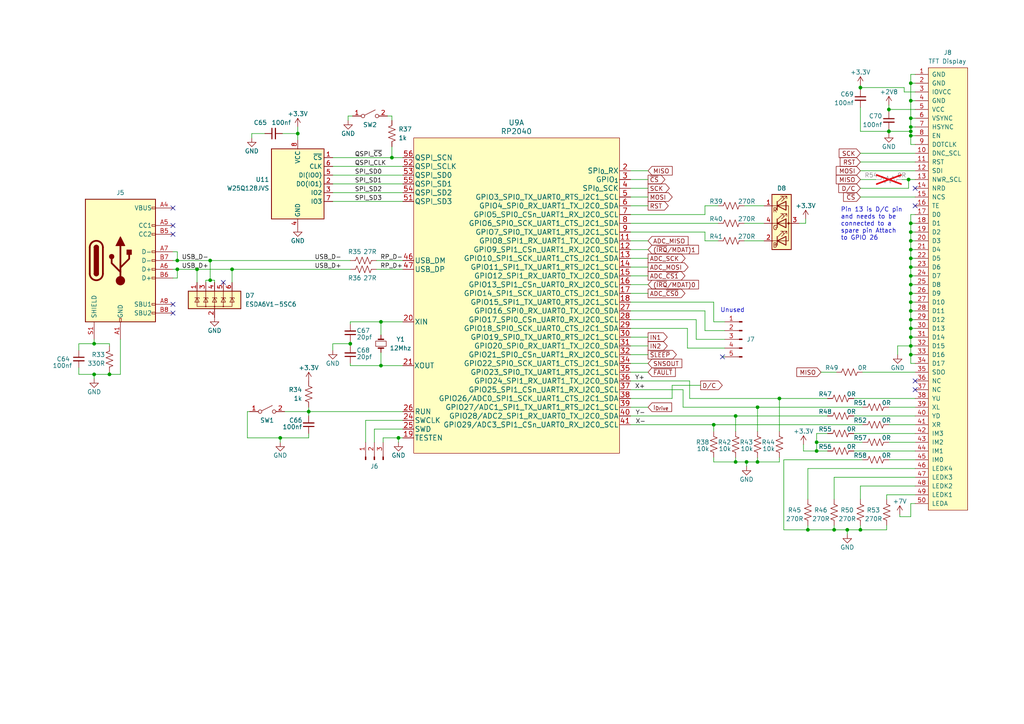
<source format=kicad_sch>
(kicad_sch (version 20231120) (generator "eeschema") (generator_version "8.0")
  (paper "A4")
  (lib_symbols
    (symbol "+7V_1" (power) (pin_names (offset 0))
      (property "Value" "+7V_1" (at 0 3.556 0))
      (symbol "+7V_1_1_1"
        (pin power_in line (at 0 0 90) (length 0) hide (name "+7V") (number "1"))
      )
    )
    (symbol "Connector:Conn_01x03_Pin" (pin_names (offset 1.016) hide)
      (property "Reference" "J" (at 0 5.08 0))
      (property "Value" "Conn_01x03_Pin" (at 0 -5.08 0))
      (symbol "Conn_01x03_Pin_1_1"
        (pin passive line (at 5.08 2.54 180) (length 3.81) (name "Pin_1") (number "1"))
        (pin passive line (at 5.08 0 180) (length 3.81) (name "Pin_2") (number "2"))
        (pin passive line (at 5.08 -2.54 180) (length 3.81) (name "Pin_3") (number "3"))
      )
    )
    (symbol "Connector:Conn_01x05_Pin" (pin_names (offset 1.016) hide)
      (property "Reference" "J" (at 0 7.62 0))
      (property "Value" "Conn_01x05_Pin" (at 0 -7.62 0))
      (symbol "Conn_01x05_Pin_1_1"
        (pin passive line (at 5.08 5.08 180) (length 3.81) (name "Pin_1") (number "1"))
        (pin passive line (at 5.08 2.54 180) (length 3.81) (name "Pin_2") (number "2"))
        (pin passive line (at 5.08 0 180) (length 3.81) (name "Pin_3") (number "3"))
        (pin passive line (at 5.08 -2.54 180) (length 3.81) (name "Pin_4") (number "4"))
        (pin passive line (at 5.08 -5.08 180) (length 3.81) (name "Pin_5") (number "5"))
      )
    )
    (symbol "Connector:USB_C_Receptacle_USB2.0" (pin_names (offset 1.016))
      (property "Reference" "J" (at -10.16 19.05 0))
      (property "Value" "USB_C_Receptacle_USB2.0" (at 19.05 19.05 0))
      (symbol "USB_C_Receptacle_USB2.0_1_1"
        (pin passive line (at 0 -22.86 90) (length 5.08) (name "GND") (number "A1"))
        (pin passive line (at 0 -22.86 90) (length 5.08) hide (name "GND") (number "A12"))
        (pin passive line (at 15.24 15.24 180) (length 5.08) (name "VBUS") (number "A4"))
        (pin bidirectional line (at 15.24 10.16 180) (length 5.08) (name "CC1") (number "A5"))
        (pin bidirectional line (at 15.24 -2.54 180) (length 5.08) (name "D+") (number "A6"))
        (pin bidirectional line (at 15.24 2.54 180) (length 5.08) (name "D-") (number "A7"))
        (pin bidirectional line (at 15.24 -12.7 180) (length 5.08) (name "SBU1") (number "A8"))
        (pin passive line (at 15.24 15.24 180) (length 5.08) hide (name "VBUS") (number "A9"))
        (pin passive line (at 0 -22.86 90) (length 5.08) hide (name "GND") (number "B1"))
        (pin passive line (at 0 -22.86 90) (length 5.08) hide (name "GND") (number "B12"))
        (pin passive line (at 15.24 15.24 180) (length 5.08) hide (name "VBUS") (number "B4"))
        (pin bidirectional line (at 15.24 7.62 180) (length 5.08) (name "CC2") (number "B5"))
        (pin bidirectional line (at 15.24 -5.08 180) (length 5.08) (name "D+") (number "B6"))
        (pin bidirectional line (at 15.24 0 180) (length 5.08) (name "D-") (number "B7"))
        (pin bidirectional line (at 15.24 -15.24 180) (length 5.08) (name "SBU2") (number "B8"))
        (pin passive line (at 15.24 15.24 180) (length 5.08) hide (name "VBUS") (number "B9"))
        (pin passive line (at -7.62 -22.86 90) (length 5.08) (name "SHIELD") (number "S1"))
      )
    )
    (symbol "Device:C_Small" (pin_numbers hide) (pin_names (offset 0.254) hide)
      (property "Reference" "C" (at 0.254 1.778 0))
      (property "Value" "C_Small" (at 0.254 -2.032 0))
      (symbol "C_Small_1_1"
        (pin passive line (at 0 2.54 270) (length 2.032) (name "~") (number "1"))
        (pin passive line (at 0 -2.54 90) (length 2.032) (name "~") (number "2"))
      )
    )
    (symbol "Device:Crystal_Small" (pin_numbers hide) (pin_names (offset 1.016) hide)
      (property "Reference" "Y" (at 0 2.54 0))
      (property "Value" "Crystal_Small" (at 0 -2.54 0))
      (symbol "Crystal_Small_1_1"
        (pin passive line (at -2.54 0 0) (length 1.27) (name "1") (number "1"))
        (pin passive line (at 2.54 0 180) (length 1.27) (name "2") (number "2"))
      )
    )
    (symbol "Device:LED_RBAG" (pin_names (offset 0) hide)
      (property "Reference" "D" (at 0 9.398 0))
      (property "Value" "LED_RBAG" (at 0 -8.89 0))
      (symbol "LED_RBAG_0_0"
        (text "B" (at -1.905 -6.35 0) (effects (font (size 1.27 1.27))))
        (text "G" (at -1.905 -1.27 0) (effects (font (size 1.27 1.27))))
        (text "R" (at -1.905 3.81 0) (effects (font (size 1.27 1.27))))
      )
      (symbol "LED_RBAG_1_1"
        (pin passive line (at -5.08 5.08 0) (length 2.54) (name "RK") (number "1"))
        (pin passive line (at -5.08 -5.08 0) (length 2.54) (name "BK") (number "2"))
        (pin passive line (at 5.08 0 180) (length 2.54) (name "A") (number "3"))
        (pin passive line (at -5.08 0 0) (length 2.54) (name "GK") (number "4"))
      )
    )
    (symbol "Device:R_US" (pin_numbers hide) (pin_names (offset 0))
      (property "Reference" "R" (at 2.54 0 90))
      (property "Value" "R_US" (at -2.54 0 90))
      (symbol "R_US_1_1"
        (pin passive line (at 0 3.81 270) (length 1.27) (name "~") (number "1"))
        (pin passive line (at 0 -3.81 90) (length 1.27) (name "~") (number "2"))
      )
    )
    (symbol "Memory_Flash:W25Q128JVS"
      (property "Reference" "U" (at -8.89 8.89 0))
      (property "Value" "W25Q128JVS" (at 7.62 8.89 0))
      (symbol "W25Q128JVS_1_1"
        (pin input line (at -10.16 7.62 0) (length 2.54) (name "~{CS}") (number "1"))
        (pin bidirectional line (at -10.16 0 0) (length 2.54) (name "DO(IO1)") (number "2"))
        (pin bidirectional line (at -10.16 -2.54 0) (length 2.54) (name "IO2") (number "3"))
        (pin power_in line (at 0 -12.7 90) (length 2.54) (name "GND") (number "4"))
        (pin bidirectional line (at -10.16 2.54 0) (length 2.54) (name "DI(IO0)") (number "5"))
        (pin input line (at -10.16 5.08 0) (length 2.54) (name "CLK") (number "6"))
        (pin bidirectional line (at -10.16 -5.08 0) (length 2.54) (name "IO3") (number "7"))
        (pin power_in line (at 0 12.7 270) (length 2.54) (name "VCC") (number "8"))
      )
    )
    (symbol "Power_Protection:ESDA6V1-5SC6" (pin_names hide)
      (property "Reference" "D" (at -5.08 -3.81 0))
      (property "Value" "ESDA6V1-5SC6" (at 2.54 -3.81 0))
      (symbol "ESDA6V1-5SC6_0_0"
        (pin passive line (at 0 -5.08 90) (length 2.54) (name "GND") (number "2"))
      )
      (symbol "ESDA6V1-5SC6_1_1"
        (pin passive line (at -5.08 5.08 270) (length 2.54) (name "IO1") (number "1"))
        (pin passive line (at -2.54 5.08 270) (length 2.54) (name "IO2") (number "3"))
        (pin passive line (at 0 5.08 270) (length 2.54) (name "IO3") (number "4"))
        (pin passive line (at 2.54 5.08 270) (length 2.54) (name "IO4") (number "5"))
        (pin passive line (at 5.08 5.08 270) (length 2.54) (name "IO5") (number "6"))
      )
    )
    (symbol "Switch:SW_SPST" (pin_names (offset 0) hide)
      (property "Reference" "SW" (at 0 3.175 0))
      (property "Value" "SW_SPST" (at 0 -2.54 0))
      (symbol "SW_SPST_1_1"
        (pin passive line (at -5.08 0 0) (length 2.54) (name "A") (number "1"))
        (pin passive line (at 5.08 0 180) (length 2.54) (name "B") (number "2"))
      )
    )
    (symbol "parts:RP2040" (pin_names (offset 0.254))
      (property "Reference" "U" (at 0 49.53 0))
      (property "Value" "RP2040" (at 0 46.99 0))
      (symbol "RP2040_1_1"
        (pin bidirectional line (at 28.575 15.875 180) (length 3.175) (name "GPIO8_SPI1_RX_UART1_TX_I2C0_SDA") (number "11"))
        (pin bidirectional line (at 28.575 13.335 180) (length 3.175) (name "GPIO9_SPI1_CSn_UART1_RX_I2C0_SCL") (number "12"))
        (pin bidirectional line (at 28.575 10.795 180) (length 3.175) (name "GPIO10_SPI1_SCK_UART1_CTS_I2C1_SDA") (number "13"))
        (pin bidirectional line (at 28.575 8.255 180) (length 3.175) (name "GPIO11_SPI1_TX_UART1_RTS_I2C1_SCL") (number "14"))
        (pin bidirectional line (at 28.575 5.715 180) (length 3.175) (name "GPIO12_SPI1_RX_UART0_TX_I2C0_SDA") (number "15"))
        (pin bidirectional line (at 28.575 3.175 180) (length 3.175) (name "GPIO13_SPI1_CSn_UART0_RX_I2C0_SCL") (number "16"))
        (pin bidirectional line (at 28.575 0.635 180) (length 3.175) (name "GPIO14_SPI1_SCK_UART0_CTS_I2C1_SDA") (number "17"))
        (pin bidirectional line (at 28.575 -1.905 180) (length 3.175) (name "GPIO15_SPI1_TX_UART0_RTS_I2C1_SCL") (number "18"))
        (pin input line (at -37.465 -41.275 0) (length 3.175) (name "TESTEN") (number "19"))
        (pin bidirectional line (at 28.575 36.195 180) (length 3.175) (name "GPIO_{0}_SPI_{0}_RX_UART_{0}_TX_I^{2}C_{0}_SDA") (number "2") (alternate "SPI_{0}_RX" input line))
        (pin unspecified line (at -37.465 -7.62 0) (length 3.175) (name "XIN") (number "20"))
        (pin unspecified line (at -37.465 -20.32 0) (length 3) (name "XOUT") (number "21"))
        (pin input line (at -37.465 -36.195 0) (length 3.175) (name "SWCLK") (number "24"))
        (pin bidirectional line (at -37.465 -38.735 0) (length 3.175) (name "SWD") (number "25"))
        (pin input line (at -37.465 -33.655 0) (length 3.175) (name "RUN") (number "26"))
        (pin bidirectional line (at 28.575 -4.445 180) (length 3.175) (name "GPIO16_SPI0_RX_UART0_TX_I2C0_SDA") (number "27"))
        (pin bidirectional line (at 28.575 -6.985 180) (length 3.175) (name "GPIO17_SPI0_CSn_UART0_RX_I2C0_SCL") (number "28"))
        (pin bidirectional line (at 28.575 -9.525 180) (length 3.175) (name "GPIO18_SPI0_SCK_UART0_CTS_I2C1_SDA") (number "29"))
        (pin bidirectional line (at 28.575 33.655 180) (length 3.175) (name "GPIO_{1}_SPI_{0}_~{CS}_UART_{0}_RX_I^{2}C_{0}_SCL") (number "3") (alternate "GPIO_{1}" bidirectional line))
        (pin bidirectional line (at 28.575 -12.065 180) (length 3.175) (name "GPIO19_SPI0_TX_UART0_RTS_I2C1_SCL") (number "30"))
        (pin bidirectional line (at 28.575 -14.605 180) (length 3.175) (name "GPIO20_SPI0_RX_UART1_TX_I2C0_SDA") (number "31"))
        (pin bidirectional line (at 28.575 -17.145 180) (length 3.175) (name "GPIO21_SPI0_CSn_UART1_RX_I2C0_SCL") (number "32"))
        (pin bidirectional line (at 28.575 -19.685 180) (length 3.175) (name "GPIO22_SPI0_SCK_UART1_CTS_I2C1_SDA") (number "34"))
        (pin bidirectional line (at 28.575 -22.225 180) (length 3.175) (name "GPIO23_SPI0_TX_UART1_RTS_I2C1_SCL") (number "35"))
        (pin bidirectional line (at 28.575 -24.765 180) (length 3.175) (name "GPIO24_SPI1_RX_UART1_TX_I2C0_SDA") (number "36"))
        (pin bidirectional line (at 28.575 -27.305 180) (length 3.175) (name "GPIO25_SPI1_CSn_UART1_RX_I2C0_SCL") (number "37"))
        (pin bidirectional line (at 28.575 -29.845 180) (length 3.175) (name "GPIO26/ADC0_SPI1_SCK_UART1_CTS_I2C1_SDA") (number "38"))
        (pin bidirectional line (at 28.575 -32.385 180) (length 3.175) (name "GPIO27/ADC1_SPI1_TX_UART1_RTS_I2C1_SCL") (number "39"))
        (pin bidirectional line (at 28.575 31.115 180) (length 3.175) (name "GPIO_{2}_SPI_{0}_SCK_UART_{0}_CTS_I^{2}C_{1}_SDA") (number "4") (alternate "SPI_{0}_SCK" output line))
        (pin bidirectional line (at 28.575 -34.925 180) (length 3.175) (name "GPIO28/ADC2_SPI1_RX_UART0_TX_I2C0_SDA") (number "40"))
        (pin bidirectional line (at 28.575 -37.465 180) (length 3.175) (name "GPIO29/ADC3_SPI1_CSn_UART0_RX_I2C0_SCL") (number "41"))
        (pin bidirectional line (at -37.465 10.16 0) (length 3.175) (name "USB_DM") (number "46"))
        (pin bidirectional line (at -37.465 7.62 0) (length 3.175) (name "USB_DP") (number "47"))
        (pin bidirectional line (at 28.575 28.575 180) (length 3.175) (name "GPIO3_SPI0_TX_UART0_RTS_I2C1_SCL") (number "5"))
        (pin bidirectional line (at -37.465 27.305 0) (length 3.175) (name "QSPI_SD3") (number "51"))
        (pin bidirectional line (at -37.465 37.465 0) (length 3.175) (name "QSPI_SCLK") (number "52"))
        (pin bidirectional line (at -37.465 34.925 0) (length 3.175) (name "QSPI_SD0") (number "53"))
        (pin bidirectional line (at -37.465 29.845 0) (length 3.175) (name "QSPI_SD2") (number "54"))
        (pin bidirectional line (at -37.465 32.385 0) (length 3.175) (name "QSPI_SD1") (number "55"))
        (pin bidirectional line (at -37.465 40.005 0) (length 3.175) (name "QSPI_SCN") (number "56"))
        (pin bidirectional line (at 28.575 26.035 180) (length 3.175) (name "GPIO4_SPI0_RX_UART1_TX_I2C0_SDA") (number "6"))
        (pin bidirectional line (at 28.575 23.495 180) (length 3.175) (name "GPIO5_SPI0_CSn_UART1_RX_I2C0_SCL") (number "7"))
        (pin bidirectional line (at 28.575 20.955 180) (length 3.175) (name "GPIO6_SPI0_SCK_UART1_CTS_I2C1_SDA") (number "8"))
        (pin bidirectional line (at 28.575 18.415 180) (length 3.175) (name "GPIO7_SPI0_TX_UART1_RTS_I2C1_SCL") (number "9"))
      )
      (symbol "RP2040_2_1"
        (pin power_in line (at -15.875 6.35 0) (length 3.175) (name "IOVDD") (number "1"))
        (pin power_in line (at -15.875 3.81 0) (length 3.175) (name "IOVDD") (number "10"))
        (pin power_in line (at -15.875 1.27 0) (length 3.175) (name "IOVDD") (number "22"))
        (pin power_in line (at 15.875 7.62 180) (length 3.175) (name "DVDD") (number "23"))
        (pin power_in line (at -15.875 -1.27 0) (length 3.175) (name "IOVDD") (number "33"))
        (pin power_in line (at -15.875 -3.81 0) (length 3.175) (name "IOVDD") (number "42"))
        (pin power_in line (at 15.875 -1.27 180) (length 3.175) (name "ADC_AVDD") (number "43"))
        (pin power_in line (at -15.875 12.7 0) (length 3.175) (name "VREG_VIN") (number "44"))
        (pin power_out line (at 15.875 12.7 180) (length 3.175) (name "VREG_VOUT") (number "45"))
        (pin power_in line (at 15.875 -3.81 180) (length 3.175) (name "USB_VDD") (number "48"))
        (pin power_in line (at -15.875 -6.35 0) (length 3.175) (name "IOVDD") (number "49"))
        (pin power_in line (at 15.875 10.16 180) (length 3.175) (name "DVDD") (number "50"))
        (pin power_in line (at 15.875 -6.35 180) (length 3.175) (name "GND") (number "57"))
      )
    )
    (symbol "parts:TFT Display" (pin_names (offset 1.016))
      (property "Reference" "J" (at 4.445 53.975 0))
      (property "Value" "TFT Display" (at 4.445 52.07 0))
      (symbol "TFT Display_1_0"
        (pin passive line (at -5.08 -53.34 0) (length 3.81) (name "XR") (number "41"))
        (pin passive line (at -5.08 -55.88 0) (length 3.81) (name "IM3") (number "42"))
        (pin passive line (at -5.08 -58.42 0) (length 3.81) (name "IM2") (number "43"))
        (pin passive line (at -5.08 -60.96 0) (length 3.81) (name "IM1") (number "44"))
        (pin passive line (at -5.08 -63.5 0) (length 3.81) (name "IM0") (number "45"))
        (pin passive line (at -5.08 -66.04 0) (length 3.81) (name "LEDK4") (number "46"))
        (pin passive line (at -5.08 -68.58 0) (length 3.81) (name "LEDK3") (number "47"))
        (pin passive line (at -5.08 -71.12 0) (length 3.81) (name "LEDK2") (number "48"))
        (pin passive line (at -5.08 -73.66 0) (length 3.81) (name "LEDK1") (number "49"))
        (pin passive line (at -5.08 -76.2 0) (length 3.81) (name "LEDA") (number "50"))
      )
      (symbol "TFT Display_1_1"
        (pin passive line (at -5.08 48.26 0) (length 3.81) (name "GND") (number "1"))
        (pin passive line (at -5.08 25.4 0) (length 3.81) (name "DNC_SCL") (number "10"))
        (pin passive line (at -5.08 22.86 0) (length 3.81) (name "RST") (number "11"))
        (pin passive line (at -5.08 20.32 0) (length 3.81) (name "SDI") (number "12"))
        (pin passive line (at -5.08 17.78 0) (length 3.81) (name "NWR_SCL") (number "13"))
        (pin passive line (at -5.08 15.24 0) (length 3.81) (name "NRD") (number "14"))
        (pin passive line (at -5.08 12.7 0) (length 3.81) (name "NCS") (number "15"))
        (pin passive line (at -5.08 10.16 0) (length 3.81) (name "TE") (number "16"))
        (pin passive line (at -5.08 7.62 0) (length 3.81) (name "D0") (number "17"))
        (pin passive line (at -5.08 5.08 0) (length 3.81) (name "D1") (number "18"))
        (pin passive line (at -5.08 2.54 0) (length 3.81) (name "D2") (number "19"))
        (pin passive line (at -5.08 45.72 0) (length 3.81) (name "GND") (number "2"))
        (pin passive line (at -5.08 0 0) (length 3.81) (name "D3") (number "20"))
        (pin passive line (at -5.08 -2.54 0) (length 3.81) (name "D4") (number "21"))
        (pin passive line (at -5.08 -5.08 0) (length 3.81) (name "D5") (number "22"))
        (pin passive line (at -5.08 -7.62 0) (length 3.81) (name "D6") (number "23"))
        (pin passive line (at -5.08 -10.16 0) (length 3.81) (name "D7") (number "24"))
        (pin passive line (at -5.08 -12.7 0) (length 3.81) (name "D8") (number "25"))
        (pin passive line (at -5.08 -15.24 0) (length 3.81) (name "D9") (number "26"))
        (pin passive line (at -5.08 -17.78 0) (length 3.81) (name "D10") (number "27"))
        (pin passive line (at -5.08 -20.32 0) (length 3.81) (name "D11") (number "28"))
        (pin passive line (at -5.08 -22.86 0) (length 3.81) (name "D12") (number "29"))
        (pin passive line (at -5.08 43.18 0) (length 3.81) (name "IOVCC") (number "3"))
        (pin passive line (at -5.08 -25.4 0) (length 3.81) (name "D13") (number "30"))
        (pin passive line (at -5.08 -27.94 0) (length 3.81) (name "D14") (number "31"))
        (pin passive line (at -5.08 -30.48 0) (length 3.81) (name "D15") (number "32"))
        (pin passive line (at -5.08 -33.02 0) (length 3.81) (name "D16") (number "33"))
        (pin passive line (at -5.08 -35.56 0) (length 3.81) (name "D17") (number "34"))
        (pin passive line (at -5.08 -38.1 0) (length 3.81) (name "SDO") (number "35"))
        (pin passive line (at -5.08 -40.64 0) (length 3.81) (name "NC") (number "36"))
        (pin passive line (at -5.08 -43.18 0) (length 3.81) (name "NC") (number "37"))
        (pin passive line (at -5.08 -45.72 0) (length 3.81) (name "YU") (number "38"))
        (pin passive line (at -5.08 -48.26 0) (length 3.81) (name "XL") (number "39"))
        (pin passive line (at -5.08 40.64 0) (length 3.81) (name "GND") (number "4"))
        (pin passive line (at -5.08 -50.8 0) (length 3.81) (name "YD") (number "40"))
        (pin passive line (at -5.08 38.1 0) (length 3.81) (name "VCC") (number "5"))
        (pin passive line (at -5.08 35.56 0) (length 3.81) (name "VSYNC") (number "6"))
        (pin passive line (at -5.08 33.02 0) (length 3.81) (name "HSYNC") (number "7"))
        (pin passive line (at -5.08 30.48 0) (length 3.81) (name "EN") (number "8"))
        (pin passive line (at -5.08 27.94 0) (length 3.81) (name "DOTCLK") (number "9"))
      )
    )
    (symbol "power:+2V8" (power) (pin_names (offset 0))
      (property "Value" "+2V8" (at 0 3.556 0))
      (symbol "+2V8_1_1"
        (pin power_in line (at 0 0 90) (length 0) hide (name "+2V8") (number "1"))
      )
    )
    (symbol "power:+3.3V" (power) (pin_names (offset 0))
      (property "Value" "+3.3V" (at 0 3.556 0))
      (symbol "+3.3V_1_1"
        (pin power_in line (at 0 0 90) (length 0) hide (name "+3.3V") (number "1"))
      )
    )
    (symbol "power:GND" (power) (pin_names (offset 0))
      (property "Value" "GND" (at 0 -3.81 0))
      (symbol "GND_1_1"
        (pin power_in line (at 0 0 270) (length 0) hide (name "GND") (number "1"))
      )
    )
  )
  (junction (at 57.15 78.105))
  (junction (at 264.16 80.01))
  (junction (at 264.16 69.85))
  (junction (at 264.16 95.25))
  (junction (at 207.01 123.19))
  (junction (at 115.57 127))
  (junction (at 264.16 97.79))
  (junction (at 264.16 82.55))
  (junction (at 264.16 77.47))
  (junction (at 264.16 72.39))
  (junction (at 67.31 78.105))
  (junction (at 264.16 29.21))
  (junction (at 27.305 99.695))
  (junction (at 236.855 128.27))
  (junction (at 86.36 38.735))
  (junction (at 89.535 119.38))
  (junction (at 219.71 118.11))
  (junction (at 249.555 153.67))
  (junction (at 257.81 31.75))
  (junction (at 264.16 24.13))
  (junction (at 257.81 38.1))
  (junction (at 264.16 100.33))
  (junction (at 264.16 39.37))
  (junction (at 264.16 67.31))
  (junction (at 245.745 153.67))
  (junction (at 264.16 102.87))
  (junction (at 234.315 153.67))
  (junction (at 51.435 78.105))
  (junction (at 264.16 74.93))
  (junction (at 264.16 34.29))
  (junction (at 60.96 81.28))
  (junction (at 264.16 85.09))
  (junction (at 213.36 120.65))
  (junction (at 263.525 52.07))
  (junction (at 264.16 90.17))
  (junction (at 249.555 25.4))
  (junction (at 264.16 64.77))
  (junction (at 264.16 38.1))
  (junction (at 51.435 75.565))
  (junction (at 31.75 108.585))
  (junction (at 27.305 108.585))
  (junction (at 213.36 133.985))
  (junction (at 216.535 133.985))
  (junction (at 110.49 106.045))
  (junction (at 101.6 99.695))
  (junction (at 241.935 153.67))
  (junction (at 236.855 130.81))
  (junction (at 113.665 45.72))
  (junction (at 264.16 87.63))
  (junction (at 226.06 115.57))
  (junction (at 110.49 93.345))
  (junction (at 60.96 75.565))
  (junction (at 219.71 133.985))
  (junction (at 264.16 92.71))
  (junction (at 264.16 36.83))
  (junction (at 81.28 127))
  (no_connect (at 50.165 88.265))
  (no_connect (at 265.43 54.61))
  (no_connect (at 209.55 103.505))
  (no_connect (at 50.165 60.325))
  (no_connect (at 265.43 110.49))
  (no_connect (at 265.43 113.03))
  (no_connect (at 50.165 90.805))
  (no_connect (at 50.165 65.405))
  (no_connect (at 50.165 67.945))
  (no_connect (at 265.43 59.69))
  (no_connect (at 64.77 81.915))
  (wire (pts (xy 241.935 152.4) (xy 241.935 153.67)))
  (wire (pts (xy 257.81 123.19) (xy 265.43 123.19)))
  (wire (pts (xy 264.16 34.29) (xy 265.43 34.29)))
  (wire (pts (xy 227.33 133.35) (xy 227.33 153.67)))
  (wire (pts (xy 265.43 67.31) (xy 264.16 67.31)))
  (wire (pts (xy 213.36 120.65) (xy 182.88 120.65)))
  (wire (pts (xy 257.81 128.27) (xy 265.43 128.27)))
  (wire (pts (xy 187.96 105.41) (xy 182.88 105.41)))
  (wire (pts (xy 187.96 49.53) (xy 182.88 49.53)))
  (wire (pts (xy 265.43 100.33) (xy 264.16 100.33)))
  (wire (pts (xy 109.22 78.105) (xy 116.84 78.105)))
  (wire (pts (xy 113.665 34.925) (xy 113.665 33.655)))
  (wire (pts (xy 262.255 25.4) (xy 262.255 26.67)))
  (wire (pts (xy 264.16 64.77) (xy 265.43 64.77)))
  (wire (pts (xy 204.47 95.885) (xy 204.47 90.17)))
  (wire (pts (xy 199.39 95.25) (xy 199.39 100.965)))
  (wire (pts (xy 201.93 92.71) (xy 182.88 92.71)))
  (wire (pts (xy 257.81 31.75) (xy 265.43 31.75)))
  (wire (pts (xy 264.16 24.13) (xy 264.16 21.59)))
  (wire (pts (xy 62.23 81.28) (xy 62.23 81.915)))
  (wire (pts (xy 110.49 106.045) (xy 116.84 106.045)))
  (wire (pts (xy 113.665 42.545) (xy 113.665 45.72)))
  (wire (pts (xy 207.01 132.715) (xy 207.01 133.985)))
  (wire (pts (xy 247.65 125.73) (xy 265.43 125.73)))
  (wire (pts (xy 182.88 87.63) (xy 207.01 87.63)))
  (wire (pts (xy 82.55 119.38) (xy 89.535 119.38)))
  (wire (pts (xy 96.52 45.72) (xy 113.665 45.72)))
  (wire (pts (xy 101.6 93.98) (xy 101.6 93.345)))
  (wire (pts (xy 200.025 115.57) (xy 226.06 115.57)))
  (wire (pts (xy 260.35 102.87) (xy 260.35 100.33)))
  (wire (pts (xy 182.88 62.23) (xy 204.47 62.23)))
  (wire (pts (xy 264.16 77.47) (xy 265.43 77.47)))
  (wire (pts (xy 257.81 38.1) (xy 264.16 38.1)))
  (wire (pts (xy 236.855 128.27) (xy 236.855 130.81)))
  (wire (pts (xy 51.435 78.105) (xy 51.435 80.645)))
  (wire (pts (xy 187.96 102.87) (xy 182.88 102.87)))
  (wire (pts (xy 249.555 153.67) (xy 257.175 153.67)))
  (wire (pts (xy 231.775 64.77) (xy 233.68 64.77)))
  (wire (pts (xy 187.96 69.85) (xy 182.88 69.85)))
  (wire (pts (xy 96.52 58.42) (xy 116.84 58.42)))
  (wire (pts (xy 219.71 118.11) (xy 219.71 125.095)))
  (wire (pts (xy 257.81 118.11) (xy 265.43 118.11)))
  (wire (pts (xy 86.36 38.735) (xy 81.915 38.735)))
  (wire (pts (xy 265.43 143.51) (xy 257.175 143.51)))
  (wire (pts (xy 199.39 100.965) (xy 210.185 100.965)))
  (wire (pts (xy 264.16 38.1) (xy 264.16 36.83)))
  (wire (pts (xy 207.01 87.63) (xy 207.01 93.345)))
  (wire (pts (xy 265.43 135.89) (xy 234.315 135.89)))
  (wire (pts (xy 51.435 80.645) (xy 50.165 80.645)))
  (wire (pts (xy 245.745 153.67) (xy 249.555 153.67)))
  (wire (pts (xy 60.96 75.565) (xy 101.6 75.565)))
  (wire (pts (xy 241.935 153.67) (xy 245.745 153.67)))
  (wire (pts (xy 264.16 149.86) (xy 264.16 146.05)))
  (wire (pts (xy 102.235 33.655) (xy 100.965 33.655)))
  (wire (pts (xy 234.315 153.67) (xy 227.33 153.67)))
  (wire (pts (xy 264.16 90.17) (xy 264.16 87.63)))
  (wire (pts (xy 22.86 101.6) (xy 22.86 99.695)))
  (wire (pts (xy 236.855 125.73) (xy 236.855 128.27)))
  (wire (pts (xy 96.52 55.88) (xy 116.84 55.88)))
  (wire (pts (xy 213.36 120.65) (xy 213.36 125.095)))
  (wire (pts (xy 27.305 98.425) (xy 27.305 99.695)))
  (wire (pts (xy 73.025 40.005) (xy 73.025 38.735)))
  (wire (pts (xy 264.16 24.13) (xy 264.16 29.21)))
  (wire (pts (xy 187.96 57.15) (xy 182.88 57.15)))
  (wire (pts (xy 204.47 59.69) (xy 208.28 59.69)))
  (wire (pts (xy 260.35 100.33) (xy 264.16 100.33)))
  (wire (pts (xy 265.43 85.09) (xy 264.16 85.09)))
  (wire (pts (xy 247.65 130.81) (xy 265.43 130.81)))
  (wire (pts (xy 249.555 140.97) (xy 249.555 144.78)))
  (wire (pts (xy 89.535 127) (xy 81.28 127)))
  (wire (pts (xy 200.025 110.49) (xy 200.025 115.57)))
  (wire (pts (xy 257.81 38.1) (xy 257.81 38.735)))
  (wire (pts (xy 264.16 102.87) (xy 264.16 100.33)))
  (wire (pts (xy 110.49 93.345) (xy 116.84 93.345)))
  (wire (pts (xy 187.96 82.55) (xy 182.88 82.55)))
  (wire (pts (xy 265.43 92.71) (xy 264.16 92.71)))
  (wire (pts (xy 81.28 127) (xy 71.755 127)))
  (wire (pts (xy 73.025 38.735) (xy 76.835 38.735)))
  (wire (pts (xy 262.255 26.67) (xy 265.43 26.67)))
  (wire (pts (xy 233.045 130.81) (xy 236.855 130.81)))
  (wire (pts (xy 264.16 41.91) (xy 264.16 39.37)))
  (wire (pts (xy 110.49 93.345) (xy 110.49 97.155)))
  (wire (pts (xy 257.81 30.48) (xy 257.81 31.75)))
  (wire (pts (xy 234.315 153.67) (xy 241.935 153.67)))
  (wire (pts (xy 96.52 48.26) (xy 116.84 48.26)))
  (wire (pts (xy 238.125 107.95) (xy 242.57 107.95)))
  (wire (pts (xy 264.16 62.23) (xy 265.43 62.23)))
  (wire (pts (xy 236.855 130.81) (xy 240.03 130.81)))
  (wire (pts (xy 57.15 78.105) (xy 57.15 81.915)))
  (wire (pts (xy 264.16 85.09) (xy 264.16 82.55)))
  (wire (pts (xy 187.96 54.61) (xy 182.88 54.61)))
  (wire (pts (xy 60.96 75.565) (xy 60.96 81.28)))
  (wire (pts (xy 22.86 106.68) (xy 22.86 108.585)))
  (wire (pts (xy 81.28 127) (xy 81.28 128.27)))
  (wire (pts (xy 249.555 24.765) (xy 249.555 25.4)))
  (wire (pts (xy 264.16 36.83) (xy 264.16 34.29)))
  (wire (pts (xy 51.435 75.565) (xy 60.96 75.565)))
  (wire (pts (xy 249.555 57.15) (xy 265.43 57.15)))
  (wire (pts (xy 264.16 74.93) (xy 264.16 72.39)))
  (wire (pts (xy 249.555 31.115) (xy 249.555 38.1)))
  (wire (pts (xy 216.535 135.255) (xy 216.535 133.985)))
  (wire (pts (xy 265.43 41.91) (xy 264.16 41.91)))
  (wire (pts (xy 50.165 78.105) (xy 51.435 78.105)))
  (wire (pts (xy 115.57 127) (xy 116.84 127)))
  (wire (pts (xy 59.69 81.915) (xy 59.69 81.28)))
  (wire (pts (xy 207.01 133.985) (xy 213.36 133.985)))
  (wire (pts (xy 264.16 64.77) (xy 264.16 62.23)))
  (wire (pts (xy 115.57 128.27) (xy 115.57 127)))
  (wire (pts (xy 257.175 143.51) (xy 257.175 144.78)))
  (wire (pts (xy 249.555 46.99) (xy 265.43 46.99)))
  (wire (pts (xy 264.16 21.59) (xy 265.43 21.59)))
  (wire (pts (xy 182.88 113.03) (xy 198.12 113.03)))
  (wire (pts (xy 264.16 39.37) (xy 264.16 38.1)))
  (wire (pts (xy 216.535 133.985) (xy 219.71 133.985)))
  (wire (pts (xy 187.96 72.39) (xy 182.88 72.39)))
  (wire (pts (xy 264.16 67.31) (xy 264.16 64.77)))
  (wire (pts (xy 265.43 29.21) (xy 264.16 29.21)))
  (wire (pts (xy 101.6 106.045) (xy 101.6 105.41)))
  (wire (pts (xy 241.935 138.43) (xy 241.935 144.78)))
  (wire (pts (xy 182.88 118.11) (xy 187.96 118.11)))
  (wire (pts (xy 264.16 80.01) (xy 265.43 80.01)))
  (wire (pts (xy 264.16 72.39) (xy 265.43 72.39)))
  (wire (pts (xy 263.525 52.07) (xy 265.43 52.07)))
  (wire (pts (xy 60.96 81.28) (xy 62.23 81.28)))
  (wire (pts (xy 96.52 99.695) (xy 101.6 99.695)))
  (wire (pts (xy 264.16 105.41) (xy 264.16 102.87)))
  (wire (pts (xy 71.755 119.38) (xy 72.39 119.38)))
  (wire (pts (xy 187.96 97.79) (xy 182.88 97.79)))
  (wire (pts (xy 226.06 133.985) (xy 226.06 132.715)))
  (wire (pts (xy 204.47 69.85) (xy 204.47 67.31)))
  (wire (pts (xy 264.16 102.87) (xy 265.43 102.87)))
  (wire (pts (xy 207.01 123.19) (xy 250.19 123.19)))
  (wire (pts (xy 182.88 95.25) (xy 199.39 95.25)))
  (wire (pts (xy 260.985 149.86) (xy 260.985 149.225)))
  (wire (pts (xy 219.71 133.985) (xy 219.71 132.715)))
  (wire (pts (xy 67.31 78.105) (xy 101.6 78.105)))
  (wire (pts (xy 265.43 90.17) (xy 264.16 90.17)))
  (wire (pts (xy 233.68 64.77) (xy 233.68 63.5)))
  (wire (pts (xy 31.75 108.585) (xy 34.925 108.585)))
  (wire (pts (xy 264.16 100.33) (xy 264.16 97.79)))
  (wire (pts (xy 204.47 67.31) (xy 182.88 67.31)))
  (wire (pts (xy 101.6 99.06) (xy 101.6 99.695)))
  (wire (pts (xy 51.435 73.025) (xy 51.435 75.565)))
  (wire (pts (xy 264.16 92.71) (xy 264.16 90.17)))
  (wire (pts (xy 208.28 69.85) (xy 204.47 69.85)))
  (wire (pts (xy 245.745 153.67) (xy 245.745 154.94)))
  (wire (pts (xy 264.16 146.05) (xy 265.43 146.05)))
  (wire (pts (xy 86.36 38.735) (xy 86.36 40.64)))
  (wire (pts (xy 263.525 52.07) (xy 263.525 54.61)))
  (wire (pts (xy 31.75 108.585) (xy 31.75 107.95)))
  (wire (pts (xy 264.16 82.55) (xy 264.16 80.01)))
  (wire (pts (xy 265.43 97.79) (xy 264.16 97.79)))
  (wire (pts (xy 204.47 90.17) (xy 182.88 90.17)))
  (wire (pts (xy 265.43 69.85) (xy 264.16 69.85)))
  (wire (pts (xy 249.555 25.4) (xy 249.555 26.035)))
  (wire (pts (xy 111.125 127) (xy 111.125 128.27)))
  (wire (pts (xy 187.96 52.07) (xy 182.88 52.07)))
  (wire (pts (xy 100.965 33.655) (xy 100.965 34.925)))
  (wire (pts (xy 116.84 124.46) (xy 108.585 124.46)))
  (wire (pts (xy 234.315 135.89) (xy 234.315 144.78)))
  (wire (pts (xy 234.315 152.4) (xy 234.315 153.67)))
  (wire (pts (xy 27.305 108.585) (xy 27.305 109.855)))
  (wire (pts (xy 264.16 97.79) (xy 264.16 95.25)))
  (wire (pts (xy 247.65 120.65) (xy 265.43 120.65)))
  (wire (pts (xy 265.43 39.37) (xy 264.16 39.37)))
  (wire (pts (xy 265.43 36.83) (xy 264.16 36.83)))
  (wire (pts (xy 59.69 81.28) (xy 60.96 81.28)))
  (wire (pts (xy 109.22 75.565) (xy 116.84 75.565)))
  (wire (pts (xy 31.75 99.695) (xy 31.75 100.33)))
  (wire (pts (xy 187.96 107.95) (xy 182.88 107.95)))
  (wire (pts (xy 203.2 111.76) (xy 194.945 111.76)))
  (wire (pts (xy 113.665 45.72) (xy 116.84 45.72)))
  (wire (pts (xy 233.045 128.905) (xy 233.045 130.81)))
  (wire (pts (xy 226.06 115.57) (xy 226.06 125.095)))
  (wire (pts (xy 51.435 75.565) (xy 50.165 75.565)))
  (wire (pts (xy 236.855 128.27) (xy 250.19 128.27)))
  (wire (pts (xy 187.96 85.09) (xy 182.88 85.09)))
  (wire (pts (xy 215.9 59.69) (xy 221.615 59.69)))
  (wire (pts (xy 182.88 64.77) (xy 208.28 64.77)))
  (wire (pts (xy 249.555 152.4) (xy 249.555 153.67)))
  (wire (pts (xy 89.535 125.73) (xy 89.535 127)))
  (wire (pts (xy 187.96 77.47) (xy 182.88 77.47)))
  (wire (pts (xy 86.36 36.83) (xy 86.36 38.735)))
  (wire (pts (xy 198.12 118.11) (xy 219.71 118.11)))
  (wire (pts (xy 249.555 54.61) (xy 263.525 54.61)))
  (wire (pts (xy 264.16 87.63) (xy 265.43 87.63)))
  (wire (pts (xy 264.16 69.85) (xy 264.16 67.31)))
  (wire (pts (xy 265.43 105.41) (xy 264.16 105.41)))
  (wire (pts (xy 89.535 118.11) (xy 89.535 119.38)))
  (wire (pts (xy 264.16 72.39) (xy 264.16 69.85)))
  (wire (pts (xy 249.555 49.53) (xy 265.43 49.53)))
  (wire (pts (xy 182.88 110.49) (xy 200.025 110.49)))
  (wire (pts (xy 265.43 138.43) (xy 241.935 138.43)))
  (wire (pts (xy 247.65 115.57) (xy 265.43 115.57)))
  (wire (pts (xy 89.535 119.38) (xy 116.84 119.38)))
  (wire (pts (xy 108.585 124.46) (xy 108.585 128.27)))
  (wire (pts (xy 22.86 99.695) (xy 27.305 99.695)))
  (wire (pts (xy 265.43 24.13) (xy 264.16 24.13)))
  (wire (pts (xy 71.755 127) (xy 71.755 119.38)))
  (wire (pts (xy 250.19 107.95) (xy 265.43 107.95)))
  (wire (pts (xy 249.555 44.45) (xy 265.43 44.45)))
  (wire (pts (xy 264.16 29.21) (xy 264.16 34.29)))
  (wire (pts (xy 96.52 53.34) (xy 116.84 53.34)))
  (wire (pts (xy 187.96 74.93) (xy 182.88 74.93)))
  (wire (pts (xy 207.01 93.345) (xy 210.185 93.345)))
  (wire (pts (xy 209.55 103.505) (xy 210.185 103.505)))
  (wire (pts (xy 219.71 133.985) (xy 226.06 133.985)))
  (wire (pts (xy 249.555 38.1) (xy 257.81 38.1)))
  (wire (pts (xy 219.71 118.11) (xy 250.19 118.11)))
  (wire (pts (xy 51.435 78.105) (xy 57.15 78.105)))
  (wire (pts (xy 240.03 125.73) (xy 236.855 125.73)))
  (wire (pts (xy 101.6 93.345) (xy 110.49 93.345)))
  (wire (pts (xy 50.165 73.025) (xy 51.435 73.025)))
  (wire (pts (xy 265.43 74.93) (xy 264.16 74.93)))
  (wire (pts (xy 27.305 108.585) (xy 31.75 108.585)))
  (wire (pts (xy 198.12 113.03) (xy 198.12 118.11)))
  (wire (pts (xy 113.665 33.655) (xy 112.395 33.655)))
  (wire (pts (xy 187.96 59.69) (xy 182.88 59.69)))
  (wire (pts (xy 250.19 133.35) (xy 227.33 133.35)))
  (wire (pts (xy 67.31 78.105) (xy 67.31 81.915)))
  (wire (pts (xy 210.185 98.425) (xy 201.93 98.425)))
  (wire (pts (xy 34.925 108.585) (xy 34.925 98.425)))
  (wire (pts (xy 22.86 108.585) (xy 27.305 108.585)))
  (wire (pts (xy 226.06 115.57) (xy 240.03 115.57)))
  (wire (pts (xy 187.96 80.01) (xy 182.88 80.01)))
  (wire (pts (xy 257.81 37.465) (xy 257.81 38.1)))
  (wire (pts (xy 213.36 133.985) (xy 216.535 133.985)))
  (wire (pts (xy 264.16 149.86) (xy 260.985 149.86)))
  (wire (pts (xy 89.535 119.38) (xy 89.535 120.65)))
  (wire (pts (xy 96.52 99.695) (xy 96.52 101.6)))
  (wire (pts (xy 215.9 64.77) (xy 221.615 64.77)))
  (wire (pts (xy 57.15 78.105) (xy 67.31 78.105)))
  (wire (pts (xy 106.045 121.92) (xy 106.045 128.27)))
  (wire (pts (xy 215.9 69.85) (xy 221.615 69.85)))
  (wire (pts (xy 27.305 99.695) (xy 31.75 99.695)))
  (wire (pts (xy 257.175 152.4) (xy 257.175 153.67)))
  (wire (pts (xy 116.84 121.92) (xy 106.045 121.92)))
  (wire (pts (xy 265.43 140.97) (xy 249.555 140.97)))
  (wire (pts (xy 264.16 95.25) (xy 265.43 95.25)))
  (wire (pts (xy 96.52 50.8) (xy 116.84 50.8)))
  (wire (pts (xy 264.16 95.25) (xy 264.16 92.71)))
  (wire (pts (xy 257.81 31.75) (xy 257.81 32.385)))
  (wire (pts (xy 249.555 52.07) (xy 254 52.07)))
  (wire (pts (xy 194.945 111.76) (xy 194.945 115.57)))
  (wire (pts (xy 101.6 99.695) (xy 101.6 100.33)))
  (wire (pts (xy 207.01 123.19) (xy 207.01 125.095)))
  (wire (pts (xy 187.96 100.33) (xy 182.88 100.33)))
  (wire (pts (xy 249.555 25.4) (xy 262.255 25.4)))
  (wire (pts (xy 110.49 102.235) (xy 110.49 106.045)))
  (wire (pts (xy 210.185 95.885) (xy 204.47 95.885)))
  (wire (pts (xy 213.36 120.65) (xy 240.03 120.65)))
  (wire (pts (xy 265.43 82.55) (xy 264.16 82.55)))
  (wire (pts (xy 182.88 123.19) (xy 207.01 123.19)))
  (wire (pts (xy 264.16 80.01) (xy 264.16 77.47)))
  (wire (pts (xy 213.36 132.715) (xy 213.36 133.985)))
  (wire (pts (xy 194.945 115.57) (xy 182.88 115.57)))
  (wire (pts (xy 201.93 98.425) (xy 201.93 92.71)))
  (wire (pts (xy 264.16 87.63) (xy 264.16 85.09)))
  (wire (pts (xy 261.62 52.07) (xy 263.525 52.07)))
  (wire (pts (xy 101.6 106.045) (xy 110.49 106.045)))
  (wire (pts (xy 264.16 77.47) (xy 264.16 74.93)))
  (wire (pts (xy 204.47 59.69) (xy 204.47 62.23)))
  (wire (pts (xy 115.57 127) (xy 111.125 127)))
  (wire (pts (xy 265.43 133.35) (xy 257.81 133.35)))
  (text "Pin 13 is D/C pin \nand needs to be \nconnected to a \nspare pin Attach\nto GPIO 26" (at 243.84 69.85 0) (effects (font (size 1.27 1.27)) (justify left bottom)))
  (text "Unused" (at 208.915 90.805 0) (effects (font (size 1.27 1.27)) (justify left bottom)))
  (label "RP_D-" (at 116.84 75.565 180))
  (label "Y+" (at 184.15 110.49 0))
  (label "USB_D-" (at 52.705 75.565 0))
  (label "USB_D-" (at 99.06 75.565 180))
  (label "QSPI_~{CS}" (at 102.87 45.72 0))
  (label "SPI_SD2" (at 102.87 55.88 0))
  (label "SPI_SD1" (at 102.87 53.34 0))
  (label "SPI_SD0" (at 102.87 50.8 0))
  (label "SPI_SD3" (at 102.87 58.42 0))
  (label "Y-" (at 184.325 120.65 0))
  (label "USB_D+" (at 99.06 78.105 180))
  (label "X-" (at 184.325 123.19 0))
  (label "QSPI_CLK" (at 102.87 48.26 0))
  (label "USB_D+" (at 52.705 78.105 0))
  (label "RP_D+" (at 116.84 78.105 180))
  (label "X+" (at 184.15 113.03 0))
  (global_label "RST" (shape output) (at 187.96 59.69 0) (property "Intersheetrefs" "${INTERSHEET_REFS}" (effects (hide yes))))
  (global_label "SCK" (shape output) (at 187.96 54.61 0) (property "Intersheetrefs" "${INTERSHEET_REFS}" (effects (hide yes))))
  (global_label "~{SLEEP}" (shape output) (at 187.96 102.87 0) (property "Intersheetrefs" "${INTERSHEET_REFS}" (effects (hide yes))))
  (global_label "MISO" (shape input) (at 249.555 52.07 180) (property "Intersheetrefs" "${INTERSHEET_REFS}" (effects (hide yes))))
  (global_label "(~{IRQ}{slash}MDAT)1" (shape input) (at 187.96 72.39 0) (property "Intersheetrefs" "${INTERSHEET_REFS}" (effects (hide yes))))
  (global_label "SCK" (shape input) (at 249.555 44.45 180) (property "Intersheetrefs" "${INTERSHEET_REFS}" (effects (hide yes))))
  (global_label "D{slash}C" (shape output) (at 203.2 111.76 0) (property "Intersheetrefs" "${INTERSHEET_REFS}" (effects (hide yes))))
  (global_label "(~{IRQ}{slash}MDAT)0" (shape input) (at 187.96 82.55 0) (property "Intersheetrefs" "${INTERSHEET_REFS}" (effects (hide yes))))
  (global_label "I_{Drive}" (shape input) (at 187.96 118.11 0) (property "Intersheetrefs" "${INTERSHEET_REFS}" (effects (hide yes))))
  (global_label "MOSI" (shape output) (at 187.96 57.15 0) (property "Intersheetrefs" "${INTERSHEET_REFS}" (effects (hide yes))))
  (global_label "ADC_~{CS0}" (shape output) (at 187.96 85.09 0) (property "Intersheetrefs" "${INTERSHEET_REFS}" (effects (hide yes))))
  (global_label "~{CS}" (shape input) (at 249.555 57.15 180) (property "Intersheetrefs" "${INTERSHEET_REFS}" (effects (hide yes))))
  (global_label "MOSI" (shape input) (at 249.555 49.53 180) (property "Intersheetrefs" "${INTERSHEET_REFS}" (effects (hide yes))))
  (global_label "ADC_~{CS1}" (shape output) (at 187.96 80.01 0) (property "Intersheetrefs" "${INTERSHEET_REFS}" (effects (hide yes))))
  (global_label "ADC_SCK" (shape output) (at 187.96 74.93 0) (property "Intersheetrefs" "${INTERSHEET_REFS}" (effects (hide yes))))
  (global_label "~{CS}" (shape output) (at 187.96 52.07 0) (property "Intersheetrefs" "${INTERSHEET_REFS}" (effects (hide yes))))
  (global_label "MISO" (shape input) (at 187.96 49.53 0) (property "Intersheetrefs" "${INTERSHEET_REFS}" (effects (hide yes))))
  (global_label "MISO" (shape input) (at 238.125 107.95 180) (property "Intersheetrefs" "${INTERSHEET_REFS}" (effects (hide yes))))
  (global_label "RST" (shape input) (at 249.555 46.99 180) (property "Intersheetrefs" "${INTERSHEET_REFS}" (effects (hide yes))))
  (global_label "IN2" (shape output) (at 187.96 100.33 0) (property "Intersheetrefs" "${INTERSHEET_REFS}" (effects (hide yes))))
  (global_label "ADC_MISO" (shape input) (at 187.96 69.85 0) (property "Intersheetrefs" "${INTERSHEET_REFS}" (effects (hide yes))))
  (global_label "~{FAULT}" (shape input) (at 187.96 107.95 0) (property "Intersheetrefs" "${INTERSHEET_REFS}" (effects (hide yes))))
  (global_label "ADC_MOSI" (shape output) (at 187.96 77.47 0) (property "Intersheetrefs" "${INTERSHEET_REFS}" (effects (hide yes))))
  (global_label "D{slash}C" (shape input) (at 249.555 54.61 180) (property "Intersheetrefs" "${INTERSHEET_REFS}" (effects (hide yes))))
  (global_label "IN1" (shape output) (at 187.96 97.79 0) (property "Intersheetrefs" "${INTERSHEET_REFS}" (effects (hide yes))))
  (global_label "SNSOUT" (shape input) (at 187.96 105.41 0) (property "Intersheetrefs" "${INTERSHEET_REFS}" (effects (hide yes))))
  (symbol (lib_id "power:GND") (at 216.535 135.255 0) (unit 1)
    (property "Reference" "#PWR082" (effects (hide yes)))
    (property "Value" "GND" (at 216.535 139.065 0))
  )
  (symbol (lib_id "Device:R_US") (at 105.41 78.105 90) (unit 1)
    (property "Reference" "R36" (at 102.87 80.645 90))
    (property "Value" "27R" (at 107.315 80.645 90))
    (property "Footprint" "Resistor_SMD:R_0603_1608Metric" (effects (hide yes)))
  )
  (symbol (lib_id "Device:R_US") (at 212.09 64.77 270) (unit 1)
    (property "Reference" "R40" (at 205.74 63.5 90) (effects (justify left)))
    (property "Value" "270R" (at 213.995 63.5 90) (effects (justify left)))
    (property "Footprint" "Resistor_SMD:R_0603_1608Metric" (effects (hide yes)))
  )
  (symbol (lib_id "Device:Crystal_Small") (at 110.49 99.695 90) (mirror x) (unit 1)
    (property "Reference" "Y1" (at 114.935 98.425 90) (effects (justify right)))
    (property "Value" "12Mhz" (at 113.03 100.965 90) (effects (justify right)))
    (property "Footprint" "Crystal:Crystal_SMD_HC49-SD" (effects (hide yes)))
  )
  (symbol (lib_id "power:GND") (at 100.965 34.925 0) (unit 1)
    (property "Reference" "#PWR080" (effects (hide yes)))
    (property "Value" "GND" (at 100.965 38.735 0))
  )
  (symbol (lib_id "Device:C_Small") (at 79.375 38.735 90) (mirror x) (unit 1)
    (property "Reference" "C65" (at 77.47 35.56 90) (effects (justify left)))
    (property "Value" "100nf" (at 84.455 35.56 90) (effects (justify left)))
    (property "Footprint" "Capacitor_SMD:C_0603_1608Metric" (effects (hide yes)))
  )
  (symbol (lib_name "+7V_1") (lib_id "parts:+7V") (at 260.985 149.225 0) (unit 1)
    (property "Reference" "#PWR089" (effects (hide yes)))
    (property "Value" "+7V" (at 260.985 145.415 0))
  )
  (symbol (lib_id "power:+3.3V") (at 233.68 63.5 0) (unit 1)
    (property "Reference" "#PWR083" (effects (hide yes)))
    (property "Value" "+3.3V" (at 233.68 59.69 0))
  )
  (symbol (lib_id "Device:R_US") (at 249.555 148.59 180) (unit 1)
    (property "Reference" "R50" (at 247.65 147.955 0) (effects (justify left)))
    (property "Value" "270R" (at 248.285 150.495 0) (effects (justify left)))
    (property "Footprint" "Resistor_SMD:R_0603_1608Metric" (effects (hide yes)))
  )
  (symbol (lib_id "Switch:SW_SPST") (at 77.47 119.38 0) (unit 1)
    (property "Reference" "SW1" (at 77.47 121.92 0))
    (property "Value" "SW_SPST" (effects (hide yes)))
    (property "Footprint" "Button_Switch_SMD:SW_SPST_FSMSM" (effects (hide yes)))
  )
  (symbol (lib_id "power:GND") (at 27.305 109.855 0) (unit 1)
    (property "Reference" "#PWR072" (effects (hide yes)))
    (property "Value" "GND" (at 27.305 113.665 0))
  )
  (symbol (lib_id "power:+3.3V") (at 249.555 24.765 0) (unit 1)
    (property "Reference" "#PWR085" (effects (hide yes)))
    (property "Value" "+3.3V" (at 249.555 20.955 0))
  )
  (symbol (lib_id "power:GND") (at 81.28 128.27 0) (unit 1)
    (property "Reference" "#PWR075" (effects (hide yes)))
    (property "Value" "GND" (at 81.28 132.08 0))
  )
  (symbol (lib_id "Device:R_US") (at 213.36 128.905 180) (unit 1)
    (property "Reference" "R42" (at 212.09 128.27 0) (effects (justify left)))
    (property "Value" "10k" (at 212.09 130.175 0) (effects (justify left)))
    (property "Footprint" "Resistor_SMD:R_0603_1608Metric" (effects (hide yes)))
  )
  (symbol (lib_id "parts:TFT Display") (at 270.51 69.85 0) (unit 1)
    (property "Reference" "J8" (at 273.685 15.24 0) (effects (justify left)))
    (property "Value" "TFT Display" (at 269.24 17.78 0) (effects (justify left)))
    (property "Footprint" "Parts:MOD-LCD2.8RTP" (effects (hide yes)))
  )
  (symbol (lib_id "power:GND") (at 115.57 128.27 0) (unit 1)
    (property "Reference" "#PWR081" (effects (hide yes)))
    (property "Value" "GND" (at 115.57 132.08 0))
  )
  (symbol (lib_id "Device:R_US") (at 212.09 59.69 270) (unit 1)
    (property "Reference" "R39" (at 205.74 58.42 90) (effects (justify left)))
    (property "Value" "270R" (at 213.995 58.42 90) (effects (justify left)))
    (property "Footprint" "Resistor_SMD:R_0603_1608Metric" (effects (hide yes)))
  )
  (symbol (lib_id "Device:R_US") (at 105.41 75.565 90) (unit 1)
    (property "Reference" "R35" (at 102.87 73.025 90))
    (property "Value" "27R" (at 107.315 73.025 90))
    (property "Footprint" "Resistor_SMD:R_0603_1608Metric" (effects (hide yes)))
  )
  (symbol (lib_id "Power_Protection:ESDA6V1-5SC6") (at 62.23 86.995 0) (unit 1)
    (property "Reference" "D7" (at 71.12 85.725 0) (effects (justify left)))
    (property "Value" "ESDA6V1-5SC6" (at 71.12 88.265 0) (effects (justify left)))
    (property "Footprint" "Package_TO_SOT_SMD:SOT-23-6" (effects (hide yes)))
    (property "Datasheet" "www.st.com/resource/en/datasheet/esda6v1-5sc6.pdf" (effects (hide yes)))
  )
  (symbol (lib_id "Switch:SW_SPST") (at 107.315 33.655 0) (unit 1)
    (property "Reference" "SW2" (at 107.315 36.195 0))
    (property "Value" "SW_SPST" (effects (hide yes)))
    (property "Footprint" "Button_Switch_SMD:SW_SPST_FSMSM" (effects (hide yes)))
  )
  (symbol (lib_id "Device:R_US") (at 254 123.19 90) (unit 1)
    (property "Reference" "R52" (at 251.46 121.92 90) (effects (justify left)))
    (property "Value" "0R" (at 258.445 121.92 90) (effects (justify left)))
    (property "Footprint" "Resistor_SMD:R_0603_1608Metric" (effects (hide yes)))
  )
  (symbol (lib_id "Device:R_US") (at 243.84 130.81 90) (unit 1)
    (property "Reference" "R56" (at 241.3 129.54 90) (effects (justify left)))
    (property "Value" "0R" (at 248.285 129.54 90) (effects (justify left)))
    (property "Footprint" "Resistor_SMD:R_0603_1608Metric" (effects (hide yes)))
  )
  (symbol (lib_id "Device:R_US") (at 254 118.11 90) (unit 1)
    (property "Reference" "R51" (at 251.46 116.84 90) (effects (justify left)))
    (property "Value" "0R" (at 258.445 116.84 90) (effects (justify left)))
    (property "Footprint" "Resistor_SMD:R_0603_1608Metric" (effects (hide yes)))
  )
  (symbol (lib_id "power:+3.3V") (at 233.045 128.905 0) (unit 1)
    (property "Reference" "#PWR088" (effects (hide yes)))
    (property "Value" "+3.3V" (at 233.045 125.095 0))
  )
  (symbol (lib_id "power:GND") (at 62.23 92.075 0) (unit 1)
    (property "Reference" "#PWR073" (effects (hide yes)))
    (property "Value" "GND" (at 62.23 95.885 0))
  )
  (symbol (lib_id "Device:R_US") (at 241.935 148.59 180) (unit 1)
    (property "Reference" "R46" (at 240.03 147.955 0) (effects (justify left)))
    (property "Value" "270R" (at 240.665 150.495 0) (effects (justify left)))
    (property "Footprint" "Resistor_SMD:R_0603_1608Metric" (effects (hide yes)))
  )
  (symbol (lib_id "power:GND") (at 86.36 66.04 0) (unit 1)
    (property "Reference" "#PWR077" (effects (hide yes)))
    (property "Value" "GND" (at 86.36 69.85 0))
  )
  (symbol (lib_id "power:GND") (at 245.745 154.94 0) (unit 1)
    (property "Reference" "#PWR084" (effects (hide yes)))
    (property "Value" "GND" (at 245.745 158.75 0))
  )
  (symbol (lib_id "Device:C_Small") (at 257.81 34.925 0) (mirror y) (unit 1)
    (property "Reference" "C70" (at 255.905 33.655 0) (effects (justify left)))
    (property "Value" "100nf" (at 255.905 36.195 0) (effects (justify left)))
    (property "Footprint" "Capacitor_SMD:C_0603_1608Metric" (effects (hide yes)))
  )
  (symbol (lib_id "Device:R_US") (at 234.315 148.59 180) (unit 1)
    (property "Reference" "R45" (at 232.41 147.955 0) (effects (justify left)))
    (property "Value" "270R" (at 233.045 150.495 0) (effects (justify left)))
    (property "Footprint" "Resistor_SMD:R_0603_1608Metric" (effects (hide yes)))
  )
  (symbol (lib_id "Device:R_US") (at 212.09 69.85 270) (unit 1)
    (property "Reference" "R41" (at 205.74 68.58 90) (effects (justify left)))
    (property "Value" "270R" (at 213.995 68.58 90) (effects (justify left)))
    (property "Footprint" "Resistor_SMD:R_0603_1608Metric" (effects (hide yes)))
  )
  (symbol (lib_id "Device:C_Small") (at 22.86 104.14 0) (mirror y) (unit 1)
    (property "Reference" "C64" (at 20.32 104.14 0) (effects (justify left)))
    (property "Value" "100nf" (at 20.955 106.045 0) (effects (justify left)))
    (property "Footprint" "Capacitor_SMD:C_0603_1608Metric" (effects (hide yes)))
  )
  (symbol (lib_id "Device:R_US") (at 89.535 114.3 180) (unit 1)
    (property "Reference" "R34" (at 87.63 113.03 0) (effects (justify left)))
    (property "Value" "1k" (at 87.63 115.57 0) (effects (justify left)))
    (property "Footprint" "Resistor_SMD:R_0603_1608Metric" (effects (hide yes)))
  )
  (symbol (lib_id "power:+2V8") (at 257.81 30.48 0) (unit 1)
    (property "Reference" "#PWR086" (effects (hide yes)))
    (property "Value" "+2V8" (at 257.81 26.67 0))
  )
  (symbol (lib_id "power:+3.3V") (at 86.36 36.83 0) (unit 1)
    (property "Reference" "#PWR076" (effects (hide yes)))
    (property "Value" "+3.3V" (at 86.36 33.02 0))
  )
  (symbol (lib_id "Device:C_Small") (at 101.6 96.52 180) (unit 1)
    (property "Reference" "C67" (at 107.315 95.885 0) (effects (justify left)))
    (property "Value" "20pf" (at 107.95 97.79 0) (effects (justify left)))
    (property "Footprint" "Capacitor_SMD:C_0603_1608Metric" (effects (hide yes)))
  )
  (symbol (lib_id "power:GND") (at 96.52 101.6 0) (unit 1)
    (property "Reference" "#PWR079" (effects (hide yes)))
    (property "Value" "GND" (at 96.52 105.41 0))
  )
  (symbol (lib_id "Memory_Flash:W25Q128JVS") (at 86.36 53.34 0) (mirror y) (unit 1)
    (property "Reference" "U11" (at 78.105 52.07 0) (effects (justify left)))
    (property "Value" "W25Q128JVS" (at 78.105 54.61 0) (effects (justify left)))
    (property "Footprint" "Package_SO:SOIC-8_5.23x5.23mm_P1.27mm" (effects (hide yes)))
    (property "Datasheet" "http://www.winbond.com/resource-files/w25q128jv_dtr%20revc%2003272018%20plus.pdf" (effects (hide yes)))
  )
  (symbol (lib_id "Connector:USB_C_Receptacle_USB2.0") (at 34.925 75.565 0) (unit 1)
    (property "Reference" "J5" (at 34.925 55.88 0))
    (property "Value" "USB_C_Receptacle_USB2.0" (effects (hide yes)))
    (property "Footprint" "Parts:USB_C_Receptacle_GCT_USB4105-xx-A_16P_TopMnt_Horizontal" (effects (hide yes)))
    (property "Datasheet" "https://www.usb.org/sites/default/files/documents/usb_type-c.zip" (effects (hide yes)))
  )
  (symbol (lib_id "power:GND") (at 73.025 40.005 0) (unit 1)
    (property "Reference" "#PWR074" (effects (hide yes)))
    (property "Value" "GND" (at 73.025 43.815 0))
  )
  (symbol (lib_id "Device:R_US") (at 254 128.27 90) (unit 1)
    (property "Reference" "R57" (at 251.46 127 90) (effects (justify left)))
    (property "Value" "0R" (at 258.445 127 90) (effects (justify left)))
    (property "Footprint" "Resistor_SMD:R_0603_1608Metric" (effects (hide yes)))
  )
  (symbol (lib_id "Connector:Conn_01x03_Pin") (at 108.585 133.35 90) (unit 1)
    (property "Reference" "J6" (at 108.585 135.255 90))
    (property "Value" "Conn_01x03_Pin" (effects (hide yes)))
    (property "Footprint" "Connector_PinHeader_2.54mm:PinHeader_1x03_P2.54mm_Vertical" (effects (hide yes)))
  )
  (symbol (lib_id "Device:LED_RBAG") (at 226.695 64.77 0) (unit 1)
    (property "Reference" "D8" (at 226.695 54.61 0))
    (property "Value" "LED_RBAG" (effects (hide yes)))
    (property "Footprint" "Parts:2.1x2.1 LED" (effects (hide yes)))
  )
  (symbol (lib_id "power:GND") (at 257.81 38.735 0) (unit 1)
    (property "Reference" "#PWR087" (effects (hide yes)))
    (property "Value" "GND" (at 257.81 42.545 0))
  )
  (symbol (lib_id "Device:C_Small") (at 249.555 28.575 0) (mirror y) (unit 1)
    (property "Reference" "C69" (at 247.65 27.305 0) (effects (justify left)))
    (property "Value" "100nf" (at 247.65 29.845 0) (effects (justify left)))
    (property "Footprint" "Capacitor_SMD:C_0603_1608Metric" (effects (hide yes)))
  )
  (symbol (lib_id "Device:R_US") (at 113.665 38.735 0) (mirror x) (unit 1)
    (property "Reference" "R37" (at 115.57 37.465 0) (effects (justify left)))
    (property "Value" "1k" (at 115.57 40.005 0) (effects (justify left)))
    (property "Footprint" "Resistor_SMD:R_0603_1608Metric" (effects (hide yes)))
  )
  (symbol (lib_id "Device:R_US") (at 257.175 148.59 180) (unit 1)
    (property "Reference" "R53" (at 255.27 147.955 0) (effects (justify left)))
    (property "Value" "270R" (at 255.905 150.495 0) (effects (justify left)))
    (property "Footprint" "Resistor_SMD:R_0603_1608Metric" (effects (hide yes)))
  )
  (symbol (lib_id "Device:R_US") (at 226.06 128.905 180) (unit 1)
    (property "Reference" "R44" (at 224.79 128.27 0) (effects (justify left)))
    (property "Value" "10k" (at 224.79 130.175 0) (effects (justify left)))
    (property "Footprint" "Resistor_SMD:R_0603_1608Metric" (effects (hide yes)))
  )
  (symbol (lib_id "Device:R_US") (at 243.84 120.65 90) (unit 1)
    (property "Reference" "R48" (at 241.3 119.38 90) (effects (justify left)))
    (property "Value" "0R" (at 248.285 119.38 90) (effects (justify left)))
    (property "Footprint" "Resistor_SMD:R_0603_1608Metric" (effects (hide yes)))
  )
  (symbol (lib_id "Device:R_US") (at 31.75 104.14 0) (mirror y) (unit 1)
    (property "Reference" "R33" (at 30.48 102.87 0) (effects (justify left)))
    (property "Value" "330R" (at 30.48 105.41 0) (effects (justify left)))
    (property "Footprint" "Resistor_SMD:R_0603_1608Metric" (effects (hide yes)))
  )
  (symbol (lib_id "power:+3.3V") (at 89.535 110.49 0) (unit 1)
    (property "Reference" "#PWR078" (effects (hide yes)))
    (property "Value" "+3.3V" (at 89.535 106.68 0))
  )
  (symbol (lib_id "parts:RP2040") (at 154.305 85.725 0) (unit 1)
    (property "Reference" "U9" (at 149.7725 35.56 0) (effects (font (size 1.524 1.524))))
    (property "Value" "RP2040" (at 149.7725 38.1 0) (effects (font (size 1.524 1.524))))
    (property "Footprint" "Parts:RP2040" (effects (hide yes)))
    (pin "4" (alternate "SPI_{0}_SCK"))
    (pin "2" (alternate "SPI_{0}_RX"))
    (pin "3" (alternate "GPIO_{1}"))
  )
  (symbol (lib_id "Device:R_US") (at 219.71 128.905 180) (unit 1)
    (property "Reference" "R43" (at 218.44 128.27 0) (effects (justify left)))
    (property "Value" "10k" (at 218.44 130.175 0) (effects (justify left)))
    (property "Footprint" "Resistor_SMD:R_0603_1608Metric" (effects (hide yes)))
  )
  (symbol (lib_id "Device:R_US") (at 246.38 107.95 90) (unit 1)
    (property "Reference" "R49" (at 243.205 106.68 90) (effects (justify left)))
    (property "Value" "0R" (at 251.46 106.68 90) (effects (justify left)))
    (property "Footprint" "Resistor_SMD:R_0603_1608Metric" (effects (hide yes)))
  )
  (symbol (lib_id "Device:R_US") (at 254 133.35 90) (unit 1)
    (property "Reference" "R58" (at 251.46 132.08 90) (effects (justify left)))
    (property "Value" "0R" (at 258.445 132.08 90) (effects (justify left)))
    (property "Footprint" "Resistor_SMD:R_0603_1608Metric" (effects (hide yes)))
  )
  (symbol (lib_id "Device:R_US") (at 257.81 52.07 90) (unit 1) (dnp yes)
    (property "Reference" "R54" (at 254.635 50.8 90) (effects (justify left)))
    (property "Value" "0R" (at 262.89 50.8 90) (effects (justify left)))
    (property "Footprint" "Resistor_SMD:R_0603_1608Metric" (effects (hide yes)))
  )
  (symbol (lib_id "Device:R_US") (at 207.01 128.905 180) (unit 1)
    (property "Reference" "R38" (at 205.74 128.27 0) (effects (justify left)))
    (property "Value" "10k" (at 205.74 130.175 0) (effects (justify left)))
    (property "Footprint" "Resistor_SMD:R_0603_1608Metric" (effects (hide yes)))
  )
  (symbol (lib_id "power:GND") (at 260.35 102.87 0) (unit 1)
    (property "Reference" "#PWR036" (effects (hide yes)))
    (property "Value" "GND" (at 260.35 106.68 0))
  )
  (symbol (lib_id "Device:R_US") (at 243.84 115.57 90) (unit 1)
    (property "Reference" "R47" (at 241.3 114.3 90) (effects (justify left)))
    (property "Value" "0R" (at 248.285 114.3 90) (effects (justify left)))
    (property "Footprint" "Resistor_SMD:R_0603_1608Metric" (effects (hide yes)))
  )
  (symbol (lib_id "Connector:Conn_01x05_Pin") (at 215.265 98.425 0) (mirror y) (unit 1)
    (property "Reference" "J7" (at 216.535 98.425 0) (effects (justify right)))
    (property "Value" "Conn_01x05_Pin" (effects (hide yes)))
    (property "Footprint" "Connector_PinHeader_2.54mm:PinHeader_1x05_P2.54mm_Vertical" (effects (hide yes)))
  )
  (symbol (lib_id "Device:C_Small") (at 89.535 123.19 0) (mirror x) (unit 1)
    (property "Reference" "C66" (at 83.82 121.92 0) (effects (justify left)))
    (property "Value" "100nf" (at 81.915 123.825 0) (effects (justify left)))
    (property "Footprint" "Capacitor_SMD:C_0603_1608Metric" (effects (hide yes)))
  )
  (symbol (lib_id "Device:R_US") (at 243.84 125.73 90) (unit 1)
    (property "Reference" "R55" (at 241.3 124.46 90) (effects (justify left)))
    (property "Value" "0R" (at 248.285 124.46 90) (effects (justify left)))
    (property "Footprint" "Resistor_SMD:R_0603_1608Metric" (effects (hide yes)))
  )
  (symbol (lib_id "Device:C_Small") (at 101.6 102.87 180) (unit 1)
    (property "Reference" "C68" (at 107.315 101.6 0) (effects (justify left)))
    (property "Value" "20pf" (at 107.95 103.505 0) (effects (justify left)))
    (property "Footprint" "Capacitor_SMD:C_0603_1608Metric" (effects (hide yes)))
  )
)
</source>
